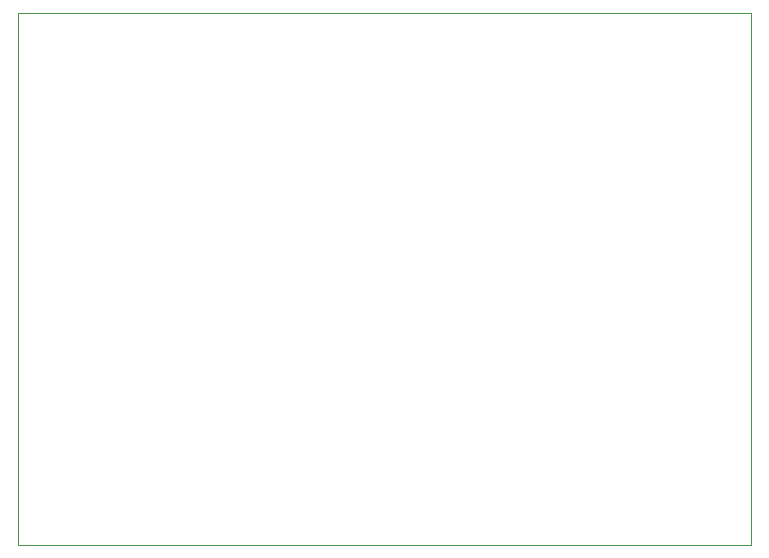
<source format=gbr>
%TF.GenerationSoftware,KiCad,Pcbnew,6.0.4-6f826c9f35~116~ubuntu20.04.1*%
%TF.CreationDate,2022-04-30T14:59:12+02:00*%
%TF.ProjectId,pin-gm-kicad,70696e2d-676d-42d6-9b69-6361642e6b69,rev?*%
%TF.SameCoordinates,Original*%
%TF.FileFunction,Profile,NP*%
%FSLAX46Y46*%
G04 Gerber Fmt 4.6, Leading zero omitted, Abs format (unit mm)*
G04 Created by KiCad (PCBNEW 6.0.4-6f826c9f35~116~ubuntu20.04.1) date 2022-04-30 14:59:12*
%MOMM*%
%LPD*%
G01*
G04 APERTURE LIST*
%TA.AperFunction,Profile*%
%ADD10C,0.010000*%
%TD*%
G04 APERTURE END LIST*
D10*
X116000000Y-95000000D02*
X54000000Y-95000000D01*
X116000000Y-95000000D02*
X116000000Y-50000000D01*
X54000000Y-50000000D02*
X116000000Y-50000000D01*
X54000000Y-50000000D02*
X54000000Y-95000000D01*
M02*

</source>
